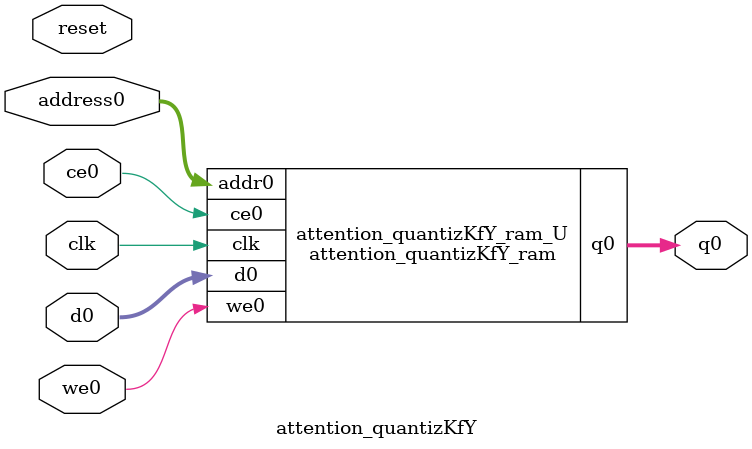
<source format=v>
`timescale 1 ns / 1 ps
module attention_quantizKfY_ram (addr0, ce0, d0, we0, q0,  clk);

parameter DWIDTH = 8;
parameter AWIDTH = 3;
parameter MEM_SIZE = 6;

input[AWIDTH-1:0] addr0;
input ce0;
input[DWIDTH-1:0] d0;
input we0;
output reg[DWIDTH-1:0] q0;
input clk;

(* ram_style = "distributed" *)reg [DWIDTH-1:0] ram[0:MEM_SIZE-1];




always @(posedge clk)  
begin 
    if (ce0) begin
        if (we0) 
            ram[addr0] <= d0; 
        q0 <= ram[addr0];
    end
end


endmodule

`timescale 1 ns / 1 ps
module attention_quantizKfY(
    reset,
    clk,
    address0,
    ce0,
    we0,
    d0,
    q0);

parameter DataWidth = 32'd8;
parameter AddressRange = 32'd6;
parameter AddressWidth = 32'd3;
input reset;
input clk;
input[AddressWidth - 1:0] address0;
input ce0;
input we0;
input[DataWidth - 1:0] d0;
output[DataWidth - 1:0] q0;



attention_quantizKfY_ram attention_quantizKfY_ram_U(
    .clk( clk ),
    .addr0( address0 ),
    .ce0( ce0 ),
    .we0( we0 ),
    .d0( d0 ),
    .q0( q0 ));

endmodule


</source>
